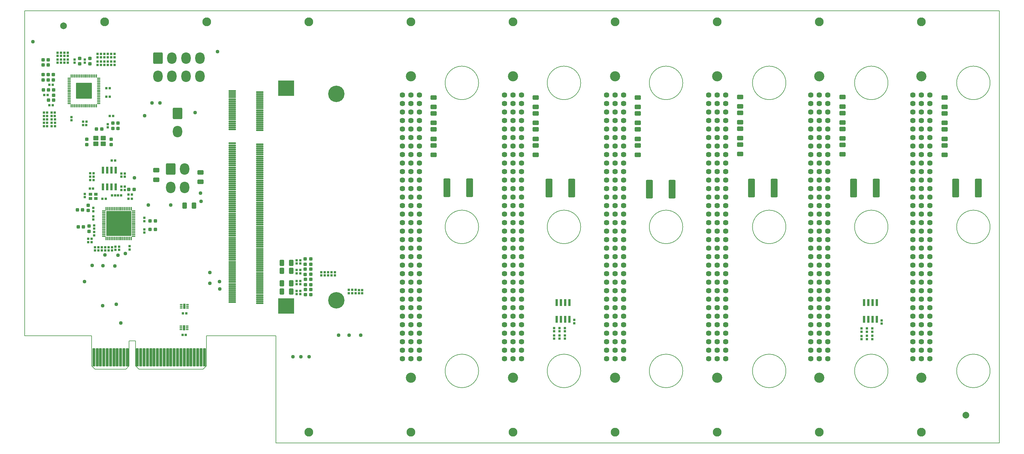
<source format=gbr>
G04 #@! TF.GenerationSoftware,KiCad,Pcbnew,6.0.7-f9a2dced07~116~ubuntu22.04.1*
G04 #@! TF.CreationDate,2023-05-03T15:08:02+01:00*
G04 #@! TF.ProjectId,hiltop_backplane_brd,68696c74-6f70-45f6-9261-636b706c616e,A*
G04 #@! TF.SameCoordinates,Original*
G04 #@! TF.FileFunction,Soldermask,Top*
G04 #@! TF.FilePolarity,Negative*
%FSLAX46Y46*%
G04 Gerber Fmt 4.6, Leading zero omitted, Abs format (unit mm)*
G04 Created by KiCad (PCBNEW 6.0.7-f9a2dced07~116~ubuntu22.04.1) date 2023-05-03 15:08:02*
%MOMM*%
%LPD*%
G01*
G04 APERTURE LIST*
G04 Aperture macros list*
%AMRoundRect*
0 Rectangle with rounded corners*
0 $1 Rounding radius*
0 $2 $3 $4 $5 $6 $7 $8 $9 X,Y pos of 4 corners*
0 Add a 4 corners polygon primitive as box body*
4,1,4,$2,$3,$4,$5,$6,$7,$8,$9,$2,$3,0*
0 Add four circle primitives for the rounded corners*
1,1,$1+$1,$2,$3*
1,1,$1+$1,$4,$5*
1,1,$1+$1,$6,$7*
1,1,$1+$1,$8,$9*
0 Add four rect primitives between the rounded corners*
20,1,$1+$1,$2,$3,$4,$5,0*
20,1,$1+$1,$4,$5,$6,$7,0*
20,1,$1+$1,$6,$7,$8,$9,0*
20,1,$1+$1,$8,$9,$2,$3,0*%
G04 Aperture macros list end*
G04 #@! TA.AperFunction,Profile*
%ADD10C,0.150000*%
G04 #@! TD*
%ADD11C,3.020680*%
%ADD12C,1.621140*%
%ADD13RoundRect,0.207500X-0.147500X-0.172500X0.147500X-0.172500X0.147500X0.172500X-0.147500X0.172500X0*%
%ADD14RoundRect,0.310000X-0.712500X-2.475000X0.712500X-2.475000X0.712500X2.475000X-0.712500X2.475000X0*%
%ADD15RoundRect,0.207500X-0.172500X0.147500X-0.172500X-0.147500X0.172500X-0.147500X0.172500X0.147500X0*%
%ADD16RoundRect,0.278750X0.256250X-0.218750X0.256250X0.218750X-0.256250X0.218750X-0.256250X-0.218750X0*%
%ADD17RoundRect,0.207500X0.172500X-0.147500X0.172500X0.147500X-0.172500X0.147500X-0.172500X-0.147500X0*%
%ADD18RoundRect,0.060000X-0.450000X0.400000X-0.450000X-0.400000X0.450000X-0.400000X0.450000X0.400000X0*%
%ADD19RoundRect,0.207500X0.147500X0.172500X-0.147500X0.172500X-0.147500X-0.172500X0.147500X-0.172500X0*%
%ADD20RoundRect,0.278750X0.218750X0.256250X-0.218750X0.256250X-0.218750X-0.256250X0.218750X-0.256250X0*%
%ADD21RoundRect,0.310000X0.625000X-0.375000X0.625000X0.375000X-0.625000X0.375000X-0.625000X-0.375000X0*%
%ADD22RoundRect,0.278750X-0.218750X-0.256250X0.218750X-0.256250X0.218750X0.256250X-0.218750X0.256250X0*%
%ADD23RoundRect,0.210000X0.150000X-0.825000X0.150000X0.825000X-0.150000X0.825000X-0.150000X-0.825000X0*%
%ADD24RoundRect,0.060000X-0.425000X-0.150000X0.425000X-0.150000X0.425000X0.150000X-0.425000X0.150000X0*%
%ADD25RoundRect,0.060000X0.150000X-0.425000X0.150000X0.425000X-0.150000X0.425000X-0.150000X-0.425000X0*%
%ADD26RoundRect,0.060000X-3.675000X-3.675000X3.675000X-3.675000X3.675000X3.675000X-3.675000X3.675000X0*%
%ADD27RoundRect,0.310001X-1.099999X-1.399999X1.099999X-1.399999X1.099999X1.399999X-1.099999X1.399999X0*%
%ADD28O,2.820000X3.420000*%
%ADD29RoundRect,0.278750X-0.256250X0.218750X-0.256250X-0.218750X0.256250X-0.218750X0.256250X0.218750X0*%
%ADD30RoundRect,0.110000X0.387500X0.050000X-0.387500X0.050000X-0.387500X-0.050000X0.387500X-0.050000X0*%
%ADD31RoundRect,0.110000X0.050000X0.387500X-0.050000X0.387500X-0.050000X-0.387500X0.050000X-0.387500X0*%
%ADD32RoundRect,0.309998X2.100002X2.100002X-2.100002X2.100002X-2.100002X-2.100002X2.100002X-2.100002X0*%
%ADD33RoundRect,0.310000X0.375000X0.625000X-0.375000X0.625000X-0.375000X-0.625000X0.375000X-0.625000X0*%
%ADD34RoundRect,0.310000X-0.625000X0.375000X-0.625000X-0.375000X0.625000X-0.375000X0.625000X0.375000X0*%
%ADD35RoundRect,0.060000X0.350000X0.125000X-0.350000X0.125000X-0.350000X-0.125000X0.350000X-0.125000X0*%
%ADD36RoundRect,0.060000X0.305000X0.710000X-0.305000X0.710000X-0.305000X-0.710000X0.305000X-0.710000X0*%
%ADD37RoundRect,0.060000X-0.375000X-2.650000X0.375000X-2.650000X0.375000X2.650000X-0.375000X2.650000X0*%
%ADD38C,1.120000*%
%ADD39RoundRect,0.060000X-2.300000X-2.250000X2.300000X-2.250000X2.300000X2.250000X-2.300000X2.250000X0*%
%ADD40C,4.900000*%
%ADD41RoundRect,0.060000X-1.000000X-0.175000X1.000000X-0.175000X1.000000X0.175000X-1.000000X0.175000X0*%
%ADD42RoundRect,0.060000X0.700000X0.600000X-0.700000X0.600000X-0.700000X-0.600000X0.700000X-0.600000X0*%
%ADD43C,2.620000*%
%ADD44RoundRect,0.210000X-0.150000X0.825000X-0.150000X-0.825000X0.150000X-0.825000X0.150000X0.825000X0*%
%ADD45C,2.000000*%
G04 APERTURE END LIST*
D10*
X179840000Y-50700000D02*
G75*
G03*
X179840000Y-50700000I-5000000J0D01*
G01*
X210320000Y-50700000D02*
G75*
G03*
X210320000Y-50700000I-5000000J0D01*
G01*
X240800000Y-50700000D02*
G75*
G03*
X240800000Y-50700000I-5000000J0D01*
G01*
X210320000Y-93700000D02*
G75*
G03*
X210320000Y-93700000I-5000000J0D01*
G01*
X240800000Y-93700000D02*
G75*
G03*
X240800000Y-93700000I-5000000J0D01*
G01*
X179840000Y-136700000D02*
G75*
G03*
X179840000Y-136700000I-5000000J0D01*
G01*
X210320000Y-136700000D02*
G75*
G03*
X210320000Y-136700000I-5000000J0D01*
G01*
X240800000Y-136700000D02*
G75*
G03*
X240800000Y-136700000I-5000000J0D01*
G01*
X179840000Y-93700000D02*
G75*
G03*
X179840000Y-93700000I-5000000J0D01*
G01*
X271600000Y-136700000D02*
G75*
G03*
X271600000Y-136700000I-5000000J0D01*
G01*
X65300000Y-136200000D02*
X74500000Y-136200000D01*
X75500000Y-135200000D02*
X75500000Y-127700000D01*
X98600000Y-126200000D02*
X119300000Y-126200000D01*
X302080000Y-136700000D02*
G75*
G03*
X302080000Y-136700000I-5000000J0D01*
G01*
X332560000Y-93700000D02*
G75*
G03*
X332560000Y-93700000I-5000000J0D01*
G01*
X75500000Y-135200000D02*
X74500000Y-136200000D01*
X97600000Y-136200000D02*
X98600000Y-135200000D01*
X332560000Y-50700000D02*
G75*
G03*
X332560000Y-50700000I-5000000J0D01*
G01*
X271600000Y-50700000D02*
G75*
G03*
X271600000Y-50700000I-5000000J0D01*
G01*
X302080000Y-93700000D02*
G75*
G03*
X302080000Y-93700000I-5000000J0D01*
G01*
X44300000Y-29200000D02*
X335300000Y-29200000D01*
X64300000Y-135200000D02*
X64300000Y-126200000D01*
X271600000Y-93700000D02*
G75*
G03*
X271600000Y-93700000I-5000000J0D01*
G01*
X332560000Y-136700000D02*
G75*
G03*
X332560000Y-136700000I-5000000J0D01*
G01*
X77400000Y-135200000D02*
X78400000Y-136200000D01*
X119300000Y-136200000D02*
X119300000Y-158200000D01*
X44300000Y-126200000D02*
X44300000Y-29200000D01*
X119300000Y-126200000D02*
X119300000Y-136200000D01*
X78400000Y-136200000D02*
X97600000Y-136200000D01*
X64300000Y-135200000D02*
X65300000Y-136200000D01*
X75500000Y-127700000D02*
X77400000Y-127700000D01*
X98600000Y-135200000D02*
X98600000Y-127700000D01*
X335300000Y-29200000D02*
X335300000Y-158200000D01*
X302080000Y-50700000D02*
G75*
G03*
X302080000Y-50700000I-5000000J0D01*
G01*
X98600000Y-127700000D02*
X98600000Y-126200000D01*
X335300000Y-158200000D02*
X119300000Y-158200000D01*
X77400000Y-127700000D02*
X77400000Y-135200000D01*
X64300000Y-126200000D02*
X44300000Y-126200000D01*
X179840000Y-50700000D02*
G75*
G03*
X179840000Y-50700000I-5000000J0D01*
G01*
X210320000Y-50700000D02*
G75*
G03*
X210320000Y-50700000I-5000000J0D01*
G01*
X240800000Y-50700000D02*
G75*
G03*
X240800000Y-50700000I-5000000J0D01*
G01*
X210320000Y-93700000D02*
G75*
G03*
X210320000Y-93700000I-5000000J0D01*
G01*
X240800000Y-93700000D02*
G75*
G03*
X240800000Y-93700000I-5000000J0D01*
G01*
X179840000Y-136700000D02*
G75*
G03*
X179840000Y-136700000I-5000000J0D01*
G01*
X210320000Y-136700000D02*
G75*
G03*
X210320000Y-136700000I-5000000J0D01*
G01*
X240800000Y-136700000D02*
G75*
G03*
X240800000Y-136700000I-5000000J0D01*
G01*
X179840000Y-93700000D02*
G75*
G03*
X179840000Y-93700000I-5000000J0D01*
G01*
X271600000Y-136700000D02*
G75*
G03*
X271600000Y-136700000I-5000000J0D01*
G01*
X65300000Y-136200000D02*
X74500000Y-136200000D01*
X75500000Y-135200000D02*
X75500000Y-127700000D01*
X98600000Y-126200000D02*
X119300000Y-126200000D01*
X302080000Y-136700000D02*
G75*
G03*
X302080000Y-136700000I-5000000J0D01*
G01*
X332560000Y-93700000D02*
G75*
G03*
X332560000Y-93700000I-5000000J0D01*
G01*
X75500000Y-135200000D02*
X74500000Y-136200000D01*
X97600000Y-136200000D02*
X98600000Y-135200000D01*
X332560000Y-50700000D02*
G75*
G03*
X332560000Y-50700000I-5000000J0D01*
G01*
X271600000Y-50700000D02*
G75*
G03*
X271600000Y-50700000I-5000000J0D01*
G01*
X302080000Y-93700000D02*
G75*
G03*
X302080000Y-93700000I-5000000J0D01*
G01*
X44300000Y-29200000D02*
X335300000Y-29200000D01*
X64300000Y-135200000D02*
X64300000Y-126200000D01*
X271600000Y-93700000D02*
G75*
G03*
X271600000Y-93700000I-5000000J0D01*
G01*
X332560000Y-136700000D02*
G75*
G03*
X332560000Y-136700000I-5000000J0D01*
G01*
X77400000Y-135200000D02*
X78400000Y-136200000D01*
X119300000Y-136200000D02*
X119300000Y-158200000D01*
X44300000Y-126200000D02*
X44300000Y-29200000D01*
X119300000Y-126200000D02*
X119300000Y-136200000D01*
X78400000Y-136200000D02*
X97600000Y-136200000D01*
X64300000Y-135200000D02*
X65300000Y-136200000D01*
X75500000Y-127700000D02*
X77400000Y-127700000D01*
X98600000Y-135200000D02*
X98600000Y-127700000D01*
X335300000Y-29200000D02*
X335300000Y-158200000D01*
X302080000Y-50700000D02*
G75*
G03*
X302080000Y-50700000I-5000000J0D01*
G01*
X98600000Y-127700000D02*
X98600000Y-126200000D01*
X335300000Y-158200000D02*
X119300000Y-158200000D01*
X77400000Y-127700000D02*
X77400000Y-135200000D01*
X64300000Y-126200000D02*
X44300000Y-126200000D01*
D11*
X159600000Y-48703900D03*
X159600000Y-138696100D03*
D12*
X157060000Y-54330000D03*
X159600000Y-54330000D03*
X162140000Y-54330000D03*
X157060000Y-56870000D03*
X159600000Y-56870000D03*
X162140000Y-56870000D03*
X157060000Y-59410000D03*
X159600000Y-59410000D03*
X162140000Y-59410000D03*
X157060000Y-61950000D03*
X159600000Y-61950000D03*
X162140000Y-61950000D03*
X157060000Y-64490000D03*
X159600000Y-64490000D03*
X162140000Y-64490000D03*
X157060000Y-67030000D03*
X159600000Y-67030000D03*
X162140000Y-67030000D03*
X157060000Y-69570000D03*
X159600000Y-69570000D03*
X162140000Y-69570000D03*
X157060000Y-72110000D03*
X159600000Y-72110000D03*
X162140000Y-72110000D03*
X157060000Y-74650000D03*
X159600000Y-74650000D03*
X162140000Y-74650000D03*
X157060000Y-77190000D03*
X159600000Y-77190000D03*
X162140000Y-77190000D03*
X157060000Y-79730000D03*
X159600000Y-79730000D03*
X162140000Y-79730000D03*
X157060000Y-82270000D03*
X159600000Y-82270000D03*
X162140000Y-82270000D03*
X157060000Y-84810000D03*
X159600000Y-84810000D03*
X162140000Y-84810000D03*
X157060000Y-87350000D03*
X159600000Y-87350000D03*
X162140000Y-87350000D03*
X157060000Y-89890000D03*
X159600000Y-89890000D03*
X162140000Y-89890000D03*
X157060000Y-92430000D03*
X159600000Y-92430000D03*
X162140000Y-92430000D03*
X157060000Y-94970000D03*
X159600000Y-94970000D03*
X162140000Y-94970000D03*
X157060000Y-97510000D03*
X159600000Y-97510000D03*
X162140000Y-97510000D03*
X157060000Y-100050000D03*
X159600000Y-100050000D03*
X162140000Y-100050000D03*
X157060000Y-102590000D03*
X159600000Y-102590000D03*
X162140000Y-102590000D03*
X157060000Y-105130000D03*
X159600000Y-105130000D03*
X162140000Y-105130000D03*
X157060000Y-107670000D03*
X159600000Y-107670000D03*
X162140000Y-107670000D03*
X157060000Y-110210000D03*
X159600000Y-110210000D03*
X162140000Y-110210000D03*
X157060000Y-112750000D03*
X159600000Y-112750000D03*
X162140000Y-112750000D03*
X157060000Y-115290000D03*
X159600000Y-115290000D03*
X162140000Y-115290000D03*
X157060000Y-117830000D03*
X159600000Y-117830000D03*
X162140000Y-117830000D03*
X157060000Y-120370000D03*
X159600000Y-120370000D03*
X162140000Y-120370000D03*
X157060000Y-122910000D03*
X159600000Y-122910000D03*
X162140000Y-122910000D03*
X157060000Y-125450000D03*
X159600000Y-125450000D03*
X162140000Y-125450000D03*
X157060000Y-127990000D03*
X159600000Y-127990000D03*
X162140000Y-127990000D03*
X157060000Y-130530000D03*
X159600000Y-130530000D03*
X162140000Y-130530000D03*
X157060000Y-133070000D03*
X159600000Y-133070000D03*
X162140000Y-133070000D03*
D11*
X190080000Y-138696100D03*
X190080000Y-48703900D03*
D12*
X187540000Y-54330000D03*
X190080000Y-54330000D03*
X192620000Y-54330000D03*
X187540000Y-56870000D03*
X190080000Y-56870000D03*
X192620000Y-56870000D03*
X187540000Y-59410000D03*
X190080000Y-59410000D03*
X192620000Y-59410000D03*
X187540000Y-61950000D03*
X190080000Y-61950000D03*
X192620000Y-61950000D03*
X187540000Y-64490000D03*
X190080000Y-64490000D03*
X192620000Y-64490000D03*
X187540000Y-67030000D03*
X190080000Y-67030000D03*
X192620000Y-67030000D03*
X187540000Y-69570000D03*
X190080000Y-69570000D03*
X192620000Y-69570000D03*
X187540000Y-72110000D03*
X190080000Y-72110000D03*
X192620000Y-72110000D03*
X187540000Y-74650000D03*
X190080000Y-74650000D03*
X192620000Y-74650000D03*
X187540000Y-77190000D03*
X190080000Y-77190000D03*
X192620000Y-77190000D03*
X187540000Y-79730000D03*
X190080000Y-79730000D03*
X192620000Y-79730000D03*
X187540000Y-82270000D03*
X190080000Y-82270000D03*
X192620000Y-82270000D03*
X187540000Y-84810000D03*
X190080000Y-84810000D03*
X192620000Y-84810000D03*
X187540000Y-87350000D03*
X190080000Y-87350000D03*
X192620000Y-87350000D03*
X187540000Y-89890000D03*
X190080000Y-89890000D03*
X192620000Y-89890000D03*
X187540000Y-92430000D03*
X190080000Y-92430000D03*
X192620000Y-92430000D03*
X187540000Y-94970000D03*
X190080000Y-94970000D03*
X192620000Y-94970000D03*
X187540000Y-97510000D03*
X190080000Y-97510000D03*
X192620000Y-97510000D03*
X187540000Y-100050000D03*
X190080000Y-100050000D03*
X192620000Y-100050000D03*
X187540000Y-102590000D03*
X190080000Y-102590000D03*
X192620000Y-102590000D03*
X187540000Y-105130000D03*
X190080000Y-105130000D03*
X192620000Y-105130000D03*
X187540000Y-107670000D03*
X190080000Y-107670000D03*
X192620000Y-107670000D03*
X187540000Y-110210000D03*
X190080000Y-110210000D03*
X192620000Y-110210000D03*
X187540000Y-112750000D03*
X190080000Y-112750000D03*
X192620000Y-112750000D03*
X187540000Y-115290000D03*
X190080000Y-115290000D03*
X192620000Y-115290000D03*
X187540000Y-117830000D03*
X190080000Y-117830000D03*
X192620000Y-117830000D03*
X187540000Y-120370000D03*
X190080000Y-120370000D03*
X192620000Y-120370000D03*
X187540000Y-122910000D03*
X190080000Y-122910000D03*
X192620000Y-122910000D03*
X187540000Y-125450000D03*
X190080000Y-125450000D03*
X192620000Y-125450000D03*
X187540000Y-127990000D03*
X190080000Y-127990000D03*
X192620000Y-127990000D03*
X187540000Y-130530000D03*
X190080000Y-130530000D03*
X192620000Y-130530000D03*
X187540000Y-133070000D03*
X190080000Y-133070000D03*
X192620000Y-133070000D03*
D11*
X220560000Y-48703900D03*
X220560000Y-138696100D03*
D12*
X218020000Y-54330000D03*
X220560000Y-54330000D03*
X223100000Y-54330000D03*
X218020000Y-56870000D03*
X220560000Y-56870000D03*
X223100000Y-56870000D03*
X218020000Y-59410000D03*
X220560000Y-59410000D03*
X223100000Y-59410000D03*
X218020000Y-61950000D03*
X220560000Y-61950000D03*
X223100000Y-61950000D03*
X218020000Y-64490000D03*
X220560000Y-64490000D03*
X223100000Y-64490000D03*
X218020000Y-67030000D03*
X220560000Y-67030000D03*
X223100000Y-67030000D03*
X218020000Y-69570000D03*
X220560000Y-69570000D03*
X223100000Y-69570000D03*
X218020000Y-72110000D03*
X220560000Y-72110000D03*
X223100000Y-72110000D03*
X218020000Y-74650000D03*
X220560000Y-74650000D03*
X223100000Y-74650000D03*
X218020000Y-77190000D03*
X220560000Y-77190000D03*
X223100000Y-77190000D03*
X218020000Y-79730000D03*
X220560000Y-79730000D03*
X223100000Y-79730000D03*
X218020000Y-82270000D03*
X220560000Y-82270000D03*
X223100000Y-82270000D03*
X218020000Y-84810000D03*
X220560000Y-84810000D03*
X223100000Y-84810000D03*
X218020000Y-87350000D03*
X220560000Y-87350000D03*
X223100000Y-87350000D03*
X218020000Y-89890000D03*
X220560000Y-89890000D03*
X223100000Y-89890000D03*
X218020000Y-92430000D03*
X220560000Y-92430000D03*
X223100000Y-92430000D03*
X218020000Y-94970000D03*
X220560000Y-94970000D03*
X223100000Y-94970000D03*
X218020000Y-97510000D03*
X220560000Y-97510000D03*
X223100000Y-97510000D03*
X218020000Y-100050000D03*
X220560000Y-100050000D03*
X223100000Y-100050000D03*
X218020000Y-102590000D03*
X220560000Y-102590000D03*
X223100000Y-102590000D03*
X218020000Y-105130000D03*
X220560000Y-105130000D03*
X223100000Y-105130000D03*
X218020000Y-107670000D03*
X220560000Y-107670000D03*
X223100000Y-107670000D03*
X218020000Y-110210000D03*
X220560000Y-110210000D03*
X223100000Y-110210000D03*
X218020000Y-112750000D03*
X220560000Y-112750000D03*
X223100000Y-112750000D03*
X218020000Y-115290000D03*
X220560000Y-115290000D03*
X223100000Y-115290000D03*
X218020000Y-117830000D03*
X220560000Y-117830000D03*
X223100000Y-117830000D03*
X218020000Y-120370000D03*
X220560000Y-120370000D03*
X223100000Y-120370000D03*
X218020000Y-122910000D03*
X220560000Y-122910000D03*
X223100000Y-122910000D03*
X218020000Y-125450000D03*
X220560000Y-125450000D03*
X223100000Y-125450000D03*
X218020000Y-127990000D03*
X220560000Y-127990000D03*
X223100000Y-127990000D03*
X218020000Y-130530000D03*
X220560000Y-130530000D03*
X223100000Y-130530000D03*
X218020000Y-133070000D03*
X220560000Y-133070000D03*
X223100000Y-133070000D03*
D13*
X75327500Y-85344000D03*
X76297500Y-85344000D03*
D14*
X170366500Y-82042000D03*
X177141500Y-82042000D03*
D15*
X73152000Y-77747000D03*
X73152000Y-78717000D03*
D16*
X63246000Y-88784500D03*
X63246000Y-87209500D03*
D17*
X75628500Y-100434000D03*
X75628500Y-99464000D03*
D13*
X63897500Y-79756000D03*
X64867500Y-79756000D03*
D18*
X65595000Y-83957000D03*
X63945000Y-83957000D03*
X63945000Y-85207000D03*
X65595000Y-85207000D03*
D15*
X64770000Y-90515000D03*
X64770000Y-91485000D03*
D13*
X70381000Y-84328000D03*
X71351000Y-84328000D03*
D15*
X74168000Y-77747000D03*
X74168000Y-78717000D03*
D19*
X92427500Y-125980000D03*
X91457500Y-125980000D03*
D17*
X65278000Y-100735000D03*
X65278000Y-99765000D03*
D20*
X61606500Y-88646000D03*
X60031500Y-88646000D03*
D17*
X71437500Y-100561000D03*
X71437500Y-99591000D03*
X72530000Y-100561000D03*
X72530000Y-99591000D03*
X69342000Y-100735000D03*
X69342000Y-99765000D03*
D15*
X65024000Y-95215000D03*
X65024000Y-96185000D03*
D19*
X64285000Y-98250000D03*
X63315000Y-98250000D03*
D21*
X166400000Y-72150000D03*
X166400000Y-69350000D03*
D22*
X75412500Y-82550000D03*
X76987500Y-82550000D03*
D23*
X67691000Y-81723000D03*
X68961000Y-81723000D03*
X70231000Y-81723000D03*
X71501000Y-81723000D03*
X71501000Y-76773000D03*
X70231000Y-76773000D03*
X68961000Y-76773000D03*
X67691000Y-76773000D03*
D21*
X227400000Y-72150000D03*
X227400000Y-69350000D03*
D17*
X68326000Y-100735000D03*
X68326000Y-99765000D03*
X74168000Y-82660500D03*
X74168000Y-81690500D03*
D14*
X230818500Y-82423000D03*
X237593500Y-82423000D03*
D17*
X64770000Y-88997500D03*
X64770000Y-88027500D03*
X67310000Y-100735000D03*
X67310000Y-99765000D03*
D24*
X67940000Y-88960000D03*
X67940000Y-89460000D03*
X67940000Y-89960000D03*
X67940000Y-90460000D03*
X67940000Y-90960000D03*
X67940000Y-91460000D03*
X67940000Y-91960000D03*
X67940000Y-92460000D03*
X67940000Y-92960000D03*
X67940000Y-93460000D03*
X67940000Y-93960000D03*
X67940000Y-94460000D03*
X67940000Y-94960000D03*
X67940000Y-95460000D03*
X67940000Y-95960000D03*
X67940000Y-96460000D03*
D25*
X68640000Y-97160000D03*
X69140000Y-97160000D03*
X69640000Y-97160000D03*
X70140000Y-97160000D03*
X70640000Y-97160000D03*
X71140000Y-97160000D03*
X71640000Y-97160000D03*
X72140000Y-97160000D03*
X72640000Y-97160000D03*
X73140000Y-97160000D03*
X73640000Y-97160000D03*
X74140000Y-97160000D03*
X74640000Y-97160000D03*
X75140000Y-97160000D03*
X75640000Y-97160000D03*
X76140000Y-97160000D03*
D24*
X76840000Y-96460000D03*
X76840000Y-95960000D03*
X76840000Y-95460000D03*
X76840000Y-94960000D03*
X76840000Y-94460000D03*
X76840000Y-93960000D03*
X76840000Y-93460000D03*
X76840000Y-92960000D03*
X76840000Y-92460000D03*
X76840000Y-91960000D03*
X76840000Y-91460000D03*
X76840000Y-90960000D03*
X76840000Y-90460000D03*
X76840000Y-89960000D03*
X76840000Y-89460000D03*
X76840000Y-88960000D03*
D25*
X76140000Y-88260000D03*
X75640000Y-88260000D03*
X75140000Y-88260000D03*
X74640000Y-88260000D03*
X74140000Y-88260000D03*
X73640000Y-88260000D03*
X73140000Y-88260000D03*
X72640000Y-88260000D03*
X72140000Y-88260000D03*
X71640000Y-88260000D03*
X71140000Y-88260000D03*
X70640000Y-88260000D03*
X70140000Y-88260000D03*
X69640000Y-88260000D03*
X69140000Y-88260000D03*
X68640000Y-88260000D03*
D26*
X72390000Y-92710000D03*
D13*
X63897500Y-77724000D03*
X64867500Y-77724000D03*
D17*
X66294000Y-100735000D03*
X66294000Y-99765000D03*
D19*
X64880500Y-78740000D03*
X63910500Y-78740000D03*
D20*
X61860500Y-93726000D03*
X60285500Y-93726000D03*
D27*
X84074000Y-43268000D03*
D28*
X88274000Y-43268000D03*
X92474000Y-43268000D03*
X96674000Y-43268000D03*
X84074000Y-48768000D03*
X88274000Y-48768000D03*
X92474000Y-48768000D03*
X96674000Y-48768000D03*
D27*
X89916000Y-59778000D03*
D28*
X89916000Y-65278000D03*
D17*
X73152000Y-82660500D03*
X73152000Y-81690500D03*
D13*
X75327500Y-84074000D03*
X76297500Y-84074000D03*
D15*
X62230000Y-83843000D03*
X62230000Y-84813000D03*
D13*
X67515000Y-85344000D03*
X68485000Y-85344000D03*
D21*
X227400000Y-62650000D03*
X227400000Y-59850000D03*
X196900000Y-57900000D03*
X196900000Y-55100000D03*
D20*
X83337500Y-91948000D03*
X81762500Y-91948000D03*
D15*
X80040000Y-90995000D03*
X80040000Y-91965000D03*
D20*
X83337500Y-94488000D03*
X81762500Y-94488000D03*
D19*
X73129000Y-84328000D03*
X72159000Y-84328000D03*
D15*
X65024000Y-93241000D03*
X65024000Y-94211000D03*
D29*
X63500000Y-93446500D03*
X63500000Y-95021500D03*
D13*
X63315000Y-97250000D03*
X64285000Y-97250000D03*
D17*
X57150000Y-42649000D03*
X57150000Y-41679000D03*
X58300000Y-61885000D03*
X58300000Y-60915000D03*
D30*
X66388500Y-56836000D03*
X66388500Y-56336000D03*
X66388500Y-55836000D03*
X66388500Y-55336000D03*
X66388500Y-54836000D03*
X66388500Y-54336000D03*
X66388500Y-53836000D03*
X66388500Y-53336000D03*
X66388500Y-52836000D03*
X66388500Y-52336000D03*
X66388500Y-51836000D03*
X66388500Y-51336000D03*
X66388500Y-50836000D03*
X66388500Y-50336000D03*
X66388500Y-49836000D03*
X66388500Y-49336000D03*
D31*
X65726000Y-48673500D03*
X65226000Y-48673500D03*
X64726000Y-48673500D03*
X64226000Y-48673500D03*
X63726000Y-48673500D03*
X63226000Y-48673500D03*
X62726000Y-48673500D03*
X62226000Y-48673500D03*
X61726000Y-48673500D03*
X61226000Y-48673500D03*
X60726000Y-48673500D03*
X60226000Y-48673500D03*
X59726000Y-48673500D03*
X59226000Y-48673500D03*
X58726000Y-48673500D03*
X58226000Y-48673500D03*
D30*
X57563500Y-49336000D03*
X57563500Y-49836000D03*
X57563500Y-50336000D03*
X57563500Y-50836000D03*
X57563500Y-51336000D03*
X57563500Y-51836000D03*
X57563500Y-52336000D03*
X57563500Y-52836000D03*
X57563500Y-53336000D03*
X57563500Y-53836000D03*
X57563500Y-54336000D03*
X57563500Y-54836000D03*
X57563500Y-55336000D03*
X57563500Y-55836000D03*
X57563500Y-56336000D03*
X57563500Y-56836000D03*
D31*
X58226000Y-57498500D03*
X58726000Y-57498500D03*
X59226000Y-57498500D03*
X59726000Y-57498500D03*
X60226000Y-57498500D03*
X60726000Y-57498500D03*
X61226000Y-57498500D03*
X61726000Y-57498500D03*
X62226000Y-57498500D03*
X62726000Y-57498500D03*
X63226000Y-57498500D03*
X63726000Y-57498500D03*
X64226000Y-57498500D03*
X64726000Y-57498500D03*
X65226000Y-57498500D03*
X65726000Y-57498500D03*
D32*
X61976000Y-53086000D03*
D13*
X50188000Y-54356000D03*
X51158000Y-54356000D03*
D15*
X59182000Y-43711000D03*
X59182000Y-44681000D03*
D17*
X69088000Y-63985000D03*
X69088000Y-63015000D03*
D29*
X49784000Y-43789500D03*
X49784000Y-45364500D03*
X51308000Y-48234500D03*
X51308000Y-49809500D03*
D17*
X54102000Y-42649000D03*
X54102000Y-41679000D03*
D15*
X68072000Y-44346000D03*
X68072000Y-45316000D03*
D13*
X52347000Y-60579000D03*
X53317000Y-60579000D03*
D19*
X51013500Y-61600000D03*
X50043500Y-61600000D03*
D29*
X60706000Y-43408500D03*
X60706000Y-44983500D03*
D22*
X49885500Y-52832000D03*
X51460500Y-52832000D03*
D15*
X56134000Y-43711000D03*
X56134000Y-44681000D03*
X55118000Y-43711000D03*
X55118000Y-44681000D03*
X54102000Y-43711000D03*
X54102000Y-44681000D03*
D29*
X52959000Y-52806500D03*
X52959000Y-54381500D03*
D19*
X51020000Y-62616000D03*
X50050000Y-62616000D03*
D15*
X62230000Y-43711000D03*
X62230000Y-44681000D03*
D16*
X70132000Y-69093500D03*
X70132000Y-67518500D03*
D19*
X52682000Y-51308000D03*
X51712000Y-51308000D03*
D29*
X63754000Y-43408500D03*
X63754000Y-44983500D03*
D13*
X61745000Y-63285000D03*
X62715000Y-63285000D03*
D19*
X51024500Y-59563000D03*
X50054500Y-59563000D03*
D29*
X62820000Y-67522500D03*
X62820000Y-69097500D03*
D16*
X70612000Y-64287500D03*
X70612000Y-62712500D03*
D17*
X56134000Y-42649000D03*
X56134000Y-41679000D03*
X55118000Y-42649000D03*
X55118000Y-41679000D03*
D15*
X57150000Y-43711000D03*
X57150000Y-44681000D03*
D29*
X52832000Y-48234500D03*
X52832000Y-49809500D03*
D22*
X65760500Y-64516000D03*
X67335500Y-64516000D03*
D13*
X52365000Y-62616000D03*
X53335000Y-62616000D03*
X52365000Y-63632000D03*
X53335000Y-63632000D03*
D27*
X87884000Y-76454000D03*
D28*
X92084000Y-76454000D03*
X87884000Y-81954000D03*
X92084000Y-81954000D03*
D33*
X94875000Y-87370000D03*
X92075000Y-87370000D03*
D34*
X96780000Y-77410000D03*
X96780000Y-80210000D03*
D13*
X51712000Y-57404000D03*
X52682000Y-57404000D03*
D19*
X51031000Y-60579000D03*
X50061000Y-60579000D03*
X51013500Y-63632000D03*
X50043500Y-63632000D03*
D13*
X52365000Y-61600000D03*
X53335000Y-61600000D03*
D29*
X49784000Y-48234500D03*
X49784000Y-49809500D03*
X51308000Y-43775500D03*
X51308000Y-45350500D03*
D15*
X67056000Y-44346000D03*
X67056000Y-45316000D03*
D17*
X71150000Y-45316000D03*
X71150000Y-44346000D03*
X71150000Y-43030000D03*
X71150000Y-42060000D03*
D15*
X69100000Y-44346000D03*
X69100000Y-45316000D03*
X70116000Y-44346000D03*
X70116000Y-45316000D03*
D17*
X70116000Y-43030000D03*
X70116000Y-42060000D03*
X69100000Y-43030000D03*
X69100000Y-42060000D03*
D19*
X69670000Y-52300000D03*
X68700000Y-52300000D03*
X70716000Y-60579000D03*
X69746000Y-60579000D03*
D16*
X72136000Y-64287500D03*
X72136000Y-62712500D03*
D20*
X52984500Y-55880000D03*
X51409500Y-55880000D03*
D13*
X52347000Y-59563000D03*
X53317000Y-59563000D03*
D15*
X66040000Y-44346000D03*
X66040000Y-45316000D03*
D17*
X68072000Y-43030000D03*
X68072000Y-42060000D03*
X67056000Y-43030000D03*
X67056000Y-42060000D03*
X66040000Y-43030000D03*
X66040000Y-42060000D03*
D14*
X200892000Y-82105500D03*
X207667000Y-82105500D03*
D21*
X196900000Y-67400000D03*
X196900000Y-64600000D03*
X196900000Y-62650000D03*
X196900000Y-59850000D03*
D33*
X123869000Y-113031000D03*
X121069000Y-113031000D03*
D15*
X126580000Y-112795000D03*
X126580000Y-113765000D03*
D29*
X129710000Y-112372500D03*
X129710000Y-113947500D03*
D16*
X128080000Y-104827500D03*
X128080000Y-103252500D03*
D15*
X125517000Y-112800000D03*
X125517000Y-113770000D03*
D29*
X128082000Y-106293500D03*
X128082000Y-107868500D03*
X128090000Y-112372500D03*
X128090000Y-113947500D03*
D15*
X126610000Y-106595000D03*
X126610000Y-107565000D03*
D16*
X129720000Y-110917500D03*
X129720000Y-109342500D03*
D33*
X123894000Y-106827000D03*
X121094000Y-106827000D03*
X123894000Y-104412000D03*
X121094000Y-104412000D03*
D17*
X125517000Y-110793000D03*
X125517000Y-109823000D03*
X125542000Y-104643000D03*
X125542000Y-103673000D03*
D29*
X129720000Y-106292500D03*
X129720000Y-107867500D03*
D16*
X129720000Y-104827500D03*
X129720000Y-103252500D03*
D33*
X123869000Y-110562000D03*
X121069000Y-110562000D03*
D16*
X128090000Y-110917500D03*
X128090000Y-109342500D03*
D15*
X125542000Y-106596000D03*
X125542000Y-107566000D03*
D13*
X63765000Y-82250000D03*
X64735000Y-82250000D03*
D19*
X71311000Y-73896000D03*
X70341000Y-73896000D03*
D21*
X166400000Y-62650000D03*
X166400000Y-59850000D03*
X227400000Y-57900000D03*
X227400000Y-55100000D03*
X166400000Y-57900000D03*
X166400000Y-55100000D03*
X166400000Y-67400000D03*
X166400000Y-64600000D03*
X227400000Y-67400000D03*
X227400000Y-64600000D03*
X196900000Y-72150000D03*
X196900000Y-69350000D03*
D13*
X61760000Y-62285000D03*
X62730000Y-62285000D03*
D35*
X92815000Y-124340000D03*
X92815000Y-123840000D03*
X92815000Y-123340000D03*
X90965000Y-123340000D03*
X90965000Y-123840000D03*
X90965000Y-124340000D03*
D36*
X91890000Y-123840000D03*
D19*
X92545000Y-119510000D03*
X91575000Y-119510000D03*
D35*
X92920000Y-117865000D03*
X92920000Y-117365000D03*
X92920000Y-116865000D03*
X91070000Y-116865000D03*
X91070000Y-117365000D03*
X91070000Y-117865000D03*
D36*
X91995000Y-117365000D03*
D19*
X69685000Y-54800000D03*
X68715000Y-54800000D03*
D15*
X70358000Y-99765000D03*
X70358000Y-100735000D03*
D17*
X80010000Y-95405000D03*
X80010000Y-94435000D03*
D37*
X64954000Y-132600000D03*
X65954000Y-132600000D03*
X66954000Y-132600000D03*
X67954000Y-132600000D03*
X68954000Y-132600000D03*
X69954000Y-132600000D03*
X70954000Y-132600000D03*
X71954000Y-132600000D03*
X72954000Y-132600000D03*
X73954000Y-132600000D03*
X74954000Y-132600000D03*
X77954000Y-132600000D03*
X78954000Y-132600000D03*
X79954000Y-132600000D03*
X80954000Y-132600000D03*
X81954000Y-132600000D03*
X82954000Y-132600000D03*
X83954000Y-132600000D03*
X84954000Y-132600000D03*
X85954000Y-132600000D03*
X86954000Y-132600000D03*
X87954000Y-132600000D03*
X88954000Y-132600000D03*
X89954000Y-132600000D03*
X90954000Y-132600000D03*
X91954000Y-132600000D03*
X92954000Y-132600000D03*
X93954000Y-132600000D03*
X94954000Y-132600000D03*
X95954000Y-132600000D03*
X96954000Y-132600000D03*
X97954000Y-132600000D03*
D17*
X145100000Y-113500000D03*
X145100000Y-112530000D03*
X144100000Y-113500000D03*
X144100000Y-112530000D03*
X143100000Y-113485000D03*
X143100000Y-112515000D03*
X142100000Y-113470000D03*
X142100000Y-112500000D03*
X141100000Y-113470000D03*
X141100000Y-112500000D03*
X136900000Y-108170000D03*
X136900000Y-107200000D03*
X135900000Y-108170000D03*
X135900000Y-107200000D03*
X134900000Y-108185000D03*
X134900000Y-107215000D03*
X133900000Y-108185000D03*
X133900000Y-107215000D03*
X132900000Y-108170000D03*
X132900000Y-107200000D03*
D38*
X67600000Y-117200000D03*
X71700000Y-116800000D03*
X62200000Y-110000000D03*
X73000000Y-122400000D03*
X138000000Y-126000000D03*
X141200000Y-126000000D03*
X144600000Y-126000000D03*
X68300000Y-102100000D03*
X67700000Y-105300000D03*
X64500000Y-105200000D03*
X71200000Y-105400000D03*
X102600000Y-112200000D03*
X102500000Y-110000000D03*
X99600000Y-110500000D03*
X77090000Y-79040000D03*
X99600000Y-107300000D03*
X81200000Y-87200000D03*
X72130000Y-102140000D03*
X74350000Y-101620000D03*
X46800000Y-38400000D03*
X101900000Y-41400000D03*
X95200000Y-59600000D03*
X82300000Y-56700000D03*
X84700000Y-56700000D03*
X80120000Y-60470000D03*
X87900000Y-87200000D03*
X96800000Y-83600000D03*
X97010000Y-86030000D03*
D39*
X122400000Y-117350000D03*
D40*
X137400000Y-54000000D03*
D39*
X122400000Y-52250000D03*
D40*
X137400000Y-115600000D03*
D41*
X106300000Y-53150000D03*
X114499999Y-53450000D03*
X106300000Y-53750000D03*
X114499999Y-54050000D03*
X106300000Y-54350000D03*
X114499999Y-54650000D03*
X106300000Y-54950000D03*
X114499999Y-55250000D03*
X106300000Y-55550000D03*
X114499999Y-55850000D03*
X106300000Y-56150000D03*
X114499999Y-56450000D03*
X106300000Y-56750000D03*
X114499999Y-57050000D03*
X106300000Y-57350000D03*
X114499999Y-57650000D03*
X106300000Y-57950000D03*
X114499999Y-58250000D03*
X106300000Y-58550000D03*
X114499999Y-58850000D03*
X106300000Y-59150000D03*
X114499999Y-59450000D03*
X106300000Y-59750000D03*
X114499999Y-60050000D03*
X106300000Y-60350000D03*
X114499999Y-60650000D03*
X106300000Y-60950000D03*
X114499999Y-61250000D03*
X106300000Y-61550000D03*
X114499999Y-61850000D03*
X106300000Y-62150000D03*
X114499999Y-62450000D03*
X106300000Y-62750000D03*
X114499999Y-63050000D03*
X106300000Y-63350000D03*
X114499999Y-63650000D03*
X106300000Y-63950000D03*
X114499999Y-64250000D03*
X106300000Y-64550000D03*
X114499999Y-64850000D03*
X106300000Y-68750000D03*
X114499999Y-69050000D03*
X106300000Y-69350000D03*
X114499999Y-69650000D03*
X106300000Y-69950000D03*
X114499999Y-70250000D03*
X106300000Y-70550000D03*
X114499999Y-70850000D03*
X106300000Y-71150000D03*
X114499999Y-71450000D03*
X106300000Y-71750000D03*
X114499999Y-72050000D03*
X106300000Y-72350000D03*
X114499999Y-72650000D03*
X106300000Y-72950000D03*
X114499999Y-73250000D03*
X106300000Y-73550000D03*
X114499999Y-73850000D03*
X106300000Y-74150000D03*
X114499999Y-74450000D03*
X106300000Y-74750000D03*
X114499999Y-75050000D03*
X106300000Y-75350000D03*
X114499999Y-75650000D03*
X106300000Y-75950000D03*
X114499999Y-76250000D03*
X106300000Y-76550000D03*
X114499999Y-76850000D03*
X106300000Y-77150000D03*
X114499999Y-77450000D03*
X106300000Y-77750000D03*
X114499999Y-78050000D03*
X106300000Y-78350000D03*
X114499999Y-78650000D03*
X106300000Y-78950000D03*
X114499999Y-79250000D03*
X106300000Y-79550000D03*
X114499999Y-79850000D03*
X106300000Y-80150000D03*
X114499999Y-80450000D03*
X106300000Y-80750000D03*
X114499999Y-81050000D03*
X106300000Y-81350000D03*
X114499999Y-81650000D03*
X106300000Y-81950000D03*
X114499999Y-82250000D03*
X106300000Y-82550000D03*
X114499999Y-82850000D03*
X106300000Y-83150000D03*
X114499999Y-83450000D03*
X106300000Y-83750000D03*
X114499999Y-84050000D03*
X106300000Y-84350000D03*
X114499999Y-84650000D03*
X106300000Y-84950000D03*
X114499999Y-85250000D03*
X106300000Y-85550000D03*
X114499999Y-85850000D03*
X106300000Y-86150000D03*
X114499999Y-86450000D03*
X106300000Y-86750000D03*
X114499999Y-87050000D03*
X106300000Y-87350000D03*
X114499999Y-87650000D03*
X106300000Y-87950000D03*
X114499999Y-88250000D03*
X106300000Y-88550000D03*
X114499999Y-88850000D03*
X106300000Y-89150000D03*
X114499999Y-89450000D03*
X106300000Y-89750000D03*
X114499999Y-90050000D03*
X106300000Y-90350000D03*
X114499999Y-90650000D03*
X106300000Y-90950000D03*
X114499999Y-91250000D03*
X106300000Y-91550000D03*
X114499999Y-91850000D03*
X106300000Y-92150000D03*
X114499999Y-92450000D03*
X106300000Y-92750000D03*
X114499999Y-93050000D03*
X106300000Y-93350000D03*
X114499999Y-93650000D03*
X106300000Y-93950000D03*
X114499999Y-94250000D03*
X106300000Y-94550000D03*
X114499999Y-94850000D03*
X106300000Y-95150000D03*
X114499999Y-95450000D03*
X106300000Y-95750000D03*
X114499999Y-96050000D03*
X106300000Y-96350000D03*
X114499999Y-96650000D03*
X106300000Y-96950000D03*
X114499999Y-97250000D03*
X106300000Y-97550000D03*
X114499999Y-97850000D03*
X106300000Y-98150000D03*
X114499999Y-98450000D03*
X106300000Y-98750000D03*
X114499999Y-99050000D03*
X106300000Y-99350000D03*
X114499999Y-99650000D03*
X106300000Y-99950000D03*
X114499999Y-100250000D03*
X106300000Y-100550000D03*
X114499999Y-100850000D03*
X106300000Y-101150000D03*
X114499999Y-101450000D03*
X106300000Y-101750000D03*
X114499999Y-102050000D03*
X106300000Y-102350000D03*
X114499999Y-102650000D03*
X106300000Y-102950000D03*
X114499999Y-103250000D03*
X106300000Y-103550000D03*
X114499999Y-103850000D03*
X106300000Y-104150000D03*
X114499999Y-104450000D03*
X106300000Y-104750000D03*
X114499999Y-105050000D03*
X106300000Y-105350000D03*
X114499999Y-105650000D03*
X106300000Y-105950000D03*
X114499999Y-106250000D03*
X106300000Y-106550000D03*
X114499999Y-106850000D03*
X106300000Y-107150000D03*
X114499999Y-107450000D03*
X106300000Y-107750000D03*
X114499999Y-108050000D03*
X106300000Y-108350000D03*
X114499999Y-108650000D03*
X106300000Y-108950000D03*
X114499999Y-109250000D03*
X106300000Y-109550000D03*
X114499999Y-109850000D03*
X106300000Y-110150000D03*
X114499999Y-110450000D03*
X106300000Y-110750000D03*
X114499999Y-111050000D03*
X106300000Y-111350000D03*
X114499999Y-111650000D03*
X106300000Y-111950000D03*
X114499999Y-112250000D03*
X106300000Y-112550000D03*
X114499999Y-112850000D03*
X106300000Y-113150000D03*
X114499999Y-113450000D03*
X106300000Y-113750000D03*
X114499999Y-114050000D03*
X106300000Y-114350000D03*
X114499999Y-114650000D03*
X106300000Y-114950000D03*
X114499999Y-115250000D03*
X106300000Y-115550000D03*
X114499999Y-115850000D03*
X106300000Y-116150000D03*
X114499999Y-116450000D03*
D34*
X83590000Y-76790000D03*
X83590000Y-79590000D03*
D17*
X126600000Y-104643000D03*
X126600000Y-103673000D03*
X126570000Y-110793000D03*
X126570000Y-109823000D03*
D42*
X67730000Y-67210000D03*
X65530000Y-67210000D03*
X65530000Y-68910000D03*
X67730000Y-68910000D03*
D15*
X300200000Y-121615000D03*
X300200000Y-122585000D03*
D17*
X205635000Y-124860000D03*
X205635000Y-123890000D03*
D43*
X312000000Y-32450000D03*
D17*
X297400000Y-127185000D03*
X297400000Y-126215000D03*
X205635000Y-127060000D03*
X205635000Y-126090000D03*
D15*
X208435000Y-121490000D03*
X208435000Y-122460000D03*
D17*
X202405000Y-127060000D03*
X202405000Y-126090000D03*
X294200000Y-127215000D03*
X294200000Y-126245000D03*
D43*
X129120000Y-32450000D03*
X281520000Y-32450000D03*
X129120000Y-154950000D03*
D17*
X295800000Y-127185000D03*
X295800000Y-126215000D03*
D21*
X288500000Y-67250000D03*
X288500000Y-64450000D03*
D43*
X159600000Y-154950000D03*
D21*
X319000000Y-72150000D03*
X319000000Y-69350000D03*
D43*
X98640000Y-32450000D03*
D17*
X297400000Y-124985000D03*
X297400000Y-124015000D03*
D21*
X257900000Y-62450000D03*
X257900000Y-59650000D03*
X319000000Y-67400000D03*
X319000000Y-64600000D03*
D17*
X202405000Y-124860000D03*
X202405000Y-123890000D03*
D21*
X257900000Y-57700000D03*
X257900000Y-54900000D03*
D43*
X220560000Y-154950000D03*
D44*
X206940000Y-116325000D03*
X205670000Y-116325000D03*
X204400000Y-116325000D03*
X203130000Y-116325000D03*
X203130000Y-121275000D03*
X204400000Y-121275000D03*
X205670000Y-121275000D03*
X206940000Y-121275000D03*
D43*
X190080000Y-32450000D03*
X220560000Y-32450000D03*
D21*
X257900000Y-67200000D03*
X257900000Y-64400000D03*
D38*
X124400000Y-132500000D03*
D43*
X251040000Y-32450000D03*
D14*
X261298500Y-82105500D03*
X268073500Y-82105500D03*
D11*
X251040000Y-138696100D03*
X251040000Y-48703900D03*
D12*
X248500000Y-54330000D03*
X251040000Y-54330000D03*
X253580000Y-54330000D03*
X248500000Y-56870000D03*
X251040000Y-56870000D03*
X253580000Y-56870000D03*
X248500000Y-59410000D03*
X251040000Y-59410000D03*
X253580000Y-59410000D03*
X248500000Y-61950000D03*
X251040000Y-61950000D03*
X253580000Y-61950000D03*
X248500000Y-64490000D03*
X251040000Y-64490000D03*
X253580000Y-64490000D03*
X248500000Y-67030000D03*
X251040000Y-67030000D03*
X253580000Y-67030000D03*
X248500000Y-69570000D03*
X251040000Y-69570000D03*
X253580000Y-69570000D03*
X248500000Y-72110000D03*
X251040000Y-72110000D03*
X253580000Y-72110000D03*
X248500000Y-74650000D03*
X251040000Y-74650000D03*
X253580000Y-74650000D03*
X248500000Y-77190000D03*
X251040000Y-77190000D03*
X253580000Y-77190000D03*
X248500000Y-79730000D03*
X251040000Y-79730000D03*
X253580000Y-79730000D03*
X248500000Y-82270000D03*
X251040000Y-82270000D03*
X253580000Y-82270000D03*
X248500000Y-84810000D03*
X251040000Y-84810000D03*
X253580000Y-84810000D03*
X248500000Y-87350000D03*
X251040000Y-87350000D03*
X253580000Y-87350000D03*
X248500000Y-89890000D03*
X251040000Y-89890000D03*
X253580000Y-89890000D03*
X248500000Y-92430000D03*
X251040000Y-92430000D03*
X253580000Y-92430000D03*
X248500000Y-94970000D03*
X251040000Y-94970000D03*
X253580000Y-94970000D03*
X248500000Y-97510000D03*
X251040000Y-97510000D03*
X253580000Y-97510000D03*
X248500000Y-100050000D03*
X251040000Y-100050000D03*
X253580000Y-100050000D03*
X248500000Y-102590000D03*
X251040000Y-102590000D03*
X253580000Y-102590000D03*
X248500000Y-105130000D03*
X251040000Y-105130000D03*
X253580000Y-105130000D03*
X248500000Y-107670000D03*
X251040000Y-107670000D03*
X253580000Y-107670000D03*
X248500000Y-110210000D03*
X251040000Y-110210000D03*
X253580000Y-110210000D03*
X248500000Y-112750000D03*
X251040000Y-112750000D03*
X253580000Y-112750000D03*
X248500000Y-115290000D03*
X251040000Y-115290000D03*
X253580000Y-115290000D03*
X248500000Y-117830000D03*
X251040000Y-117830000D03*
X253580000Y-117830000D03*
X248500000Y-120370000D03*
X251040000Y-120370000D03*
X253580000Y-120370000D03*
X248500000Y-122910000D03*
X251040000Y-122910000D03*
X253580000Y-122910000D03*
X248500000Y-125450000D03*
X251040000Y-125450000D03*
X253580000Y-125450000D03*
X248500000Y-127990000D03*
X251040000Y-127990000D03*
X253580000Y-127990000D03*
X248500000Y-130530000D03*
X251040000Y-130530000D03*
X253580000Y-130530000D03*
X248500000Y-133070000D03*
X251040000Y-133070000D03*
X253580000Y-133070000D03*
D17*
X295800000Y-124985000D03*
X295800000Y-124015000D03*
D38*
X129200000Y-132500000D03*
D45*
X55900000Y-33700000D03*
D43*
X68160000Y-32450000D03*
D11*
X312000000Y-138696100D03*
X312000000Y-48703900D03*
D12*
X309460000Y-54330000D03*
X312000000Y-54330000D03*
X314540000Y-54330000D03*
X309460000Y-56870000D03*
X312000000Y-56870000D03*
X314540000Y-56870000D03*
X309460000Y-59410000D03*
X312000000Y-59410000D03*
X314540000Y-59410000D03*
X309460000Y-61950000D03*
X312000000Y-61950000D03*
X314540000Y-61950000D03*
X309460000Y-64490000D03*
X312000000Y-64490000D03*
X314540000Y-64490000D03*
X309460000Y-67030000D03*
X312000000Y-67030000D03*
X314540000Y-67030000D03*
X309460000Y-69570000D03*
X312000000Y-69570000D03*
X314540000Y-69570000D03*
X309460000Y-72110000D03*
X312000000Y-72110000D03*
X314540000Y-72110000D03*
X309460000Y-74650000D03*
X312000000Y-74650000D03*
X314540000Y-74650000D03*
X309460000Y-77190000D03*
X312000000Y-77190000D03*
X314540000Y-77190000D03*
X309460000Y-79730000D03*
X312000000Y-79730000D03*
X314540000Y-79730000D03*
X309460000Y-82270000D03*
X312000000Y-82270000D03*
X314540000Y-82270000D03*
X309460000Y-84810000D03*
X312000000Y-84810000D03*
X314540000Y-84810000D03*
X309460000Y-87350000D03*
X312000000Y-87350000D03*
X314540000Y-87350000D03*
X309460000Y-89890000D03*
X312000000Y-89890000D03*
X314540000Y-89890000D03*
X309460000Y-92430000D03*
X312000000Y-92430000D03*
X314540000Y-92430000D03*
X309460000Y-94970000D03*
X312000000Y-94970000D03*
X314540000Y-94970000D03*
X309460000Y-97510000D03*
X312000000Y-97510000D03*
X314540000Y-97510000D03*
X309460000Y-100050000D03*
X312000000Y-100050000D03*
X314540000Y-100050000D03*
X309460000Y-102590000D03*
X312000000Y-102590000D03*
X314540000Y-102590000D03*
X309460000Y-105130000D03*
X312000000Y-105130000D03*
X314540000Y-105130000D03*
X309460000Y-107670000D03*
X312000000Y-107670000D03*
X314540000Y-107670000D03*
X309460000Y-110210000D03*
X312000000Y-110210000D03*
X314540000Y-110210000D03*
X309460000Y-112750000D03*
X312000000Y-112750000D03*
X314540000Y-112750000D03*
X309460000Y-115290000D03*
X312000000Y-115290000D03*
X314540000Y-115290000D03*
X309460000Y-117830000D03*
X312000000Y-117830000D03*
X314540000Y-117830000D03*
X309460000Y-120370000D03*
X312000000Y-120370000D03*
X314540000Y-120370000D03*
X309460000Y-122910000D03*
X312000000Y-122910000D03*
X314540000Y-122910000D03*
X309460000Y-125450000D03*
X312000000Y-125450000D03*
X314540000Y-125450000D03*
X309460000Y-127990000D03*
X312000000Y-127990000D03*
X314540000Y-127990000D03*
X309460000Y-130530000D03*
X312000000Y-130530000D03*
X314540000Y-130530000D03*
X309460000Y-133070000D03*
X312000000Y-133070000D03*
X314540000Y-133070000D03*
D21*
X288500000Y-57750000D03*
X288500000Y-54950000D03*
D11*
X281520000Y-138696100D03*
X281520000Y-48703900D03*
D12*
X278980000Y-54330000D03*
X281520000Y-54330000D03*
X284060000Y-54330000D03*
X278980000Y-56870000D03*
X281520000Y-56870000D03*
X284060000Y-56870000D03*
X278980000Y-59410000D03*
X281520000Y-59410000D03*
X284060000Y-59410000D03*
X278980000Y-61950000D03*
X281520000Y-61950000D03*
X284060000Y-61950000D03*
X278980000Y-64490000D03*
X281520000Y-64490000D03*
X284060000Y-64490000D03*
X278980000Y-67030000D03*
X281520000Y-67030000D03*
X284060000Y-67030000D03*
X278980000Y-69570000D03*
X281520000Y-69570000D03*
X284060000Y-69570000D03*
X278980000Y-72110000D03*
X281520000Y-72110000D03*
X284060000Y-72110000D03*
X278980000Y-74650000D03*
X281520000Y-74650000D03*
X284060000Y-74650000D03*
X278980000Y-77190000D03*
X281520000Y-77190000D03*
X284060000Y-77190000D03*
X278980000Y-79730000D03*
X281520000Y-79730000D03*
X284060000Y-79730000D03*
X278980000Y-82270000D03*
X281520000Y-82270000D03*
X284060000Y-82270000D03*
X278980000Y-84810000D03*
X281520000Y-84810000D03*
X284060000Y-84810000D03*
X278980000Y-87350000D03*
X281520000Y-87350000D03*
X284060000Y-87350000D03*
X278980000Y-89890000D03*
X281520000Y-89890000D03*
X284060000Y-89890000D03*
X278980000Y-92430000D03*
X281520000Y-92430000D03*
X284060000Y-92430000D03*
X278980000Y-94970000D03*
X281520000Y-94970000D03*
X284060000Y-94970000D03*
X278980000Y-97510000D03*
X281520000Y-97510000D03*
X284060000Y-97510000D03*
X278980000Y-100050000D03*
X281520000Y-100050000D03*
X284060000Y-100050000D03*
X278980000Y-102590000D03*
X281520000Y-102590000D03*
X284060000Y-102590000D03*
X278980000Y-105130000D03*
X281520000Y-105130000D03*
X284060000Y-105130000D03*
X278980000Y-107670000D03*
X281520000Y-107670000D03*
X284060000Y-107670000D03*
X278980000Y-110210000D03*
X281520000Y-110210000D03*
X284060000Y-110210000D03*
X278980000Y-112750000D03*
X281520000Y-112750000D03*
X284060000Y-112750000D03*
X278980000Y-115290000D03*
X281520000Y-115290000D03*
X284060000Y-115290000D03*
X278980000Y-117830000D03*
X281520000Y-117830000D03*
X284060000Y-117830000D03*
X278980000Y-120370000D03*
X281520000Y-120370000D03*
X284060000Y-120370000D03*
X278980000Y-122910000D03*
X281520000Y-122910000D03*
X284060000Y-122910000D03*
X278980000Y-125450000D03*
X281520000Y-125450000D03*
X284060000Y-125450000D03*
X278980000Y-127990000D03*
X281520000Y-127990000D03*
X284060000Y-127990000D03*
X278980000Y-130530000D03*
X281520000Y-130530000D03*
X284060000Y-130530000D03*
X278980000Y-133070000D03*
X281520000Y-133070000D03*
X284060000Y-133070000D03*
D43*
X159600000Y-32450000D03*
D17*
X204035000Y-124860000D03*
X204035000Y-123890000D03*
D21*
X319000000Y-57900000D03*
X319000000Y-55100000D03*
D45*
X325300000Y-149900000D03*
D43*
X190080000Y-154950000D03*
X281520000Y-154950000D03*
D21*
X319000000Y-62650000D03*
X319000000Y-59850000D03*
D17*
X204035000Y-127060000D03*
X204035000Y-126090000D03*
X294200000Y-124985000D03*
X294200000Y-124015000D03*
D44*
X298705000Y-116325000D03*
X297435000Y-116325000D03*
X296165000Y-116325000D03*
X294895000Y-116325000D03*
X294895000Y-121275000D03*
X296165000Y-121275000D03*
X297435000Y-121275000D03*
X298705000Y-121275000D03*
D21*
X288500000Y-72000000D03*
X288500000Y-69200000D03*
D14*
X322258500Y-82105500D03*
X329033500Y-82105500D03*
D21*
X257900000Y-71950000D03*
X257900000Y-69150000D03*
D43*
X251040000Y-154950000D03*
D14*
X291778500Y-82105500D03*
X298553500Y-82105500D03*
D38*
X126800000Y-132500000D03*
D43*
X312000000Y-154950000D03*
D21*
X288500000Y-62500000D03*
X288500000Y-59700000D03*
M02*

</source>
